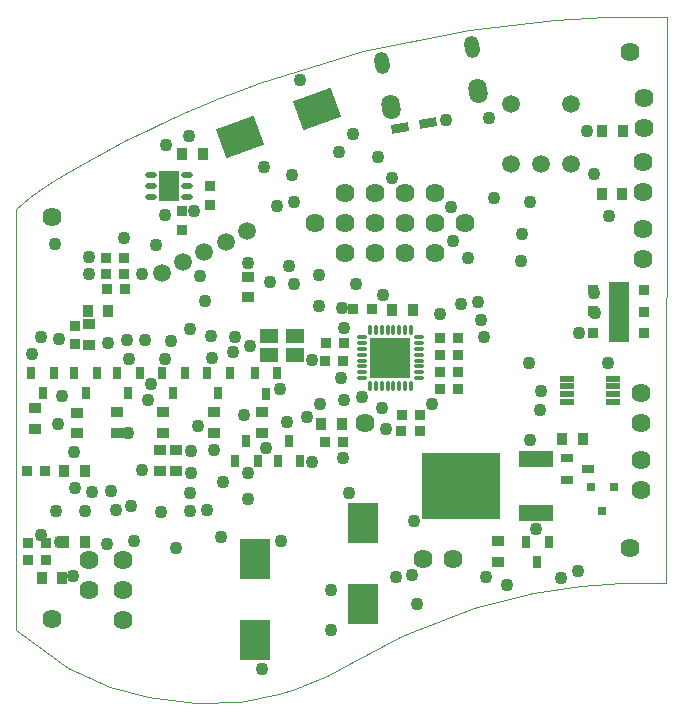
<source format=gbs>
G04 Layer_Color=16711935*
%FSAX44Y44*%
%MOMM*%
G71*
G01*
G75*
%ADD36C,0.0100*%
%ADD65R,0.8500X0.9000*%
%ADD66R,1.7000X5.2000*%
%ADD69R,0.9500X0.9500*%
%ADD70R,0.9500X0.9500*%
%ADD75R,0.9500X1.0000*%
%ADD76R,1.0000X0.9500*%
%ADD83C,1.6240*%
G04:AMPARAMS|DCode=84|XSize=1.25mm|YSize=1.9mm|CornerRadius=0mm|HoleSize=0mm|Usage=FLASHONLY|Rotation=10.000|XOffset=0mm|YOffset=0mm|HoleType=Round|Shape=Round|*
%AMOVALD84*
21,1,0.6500,1.2500,0.0000,0.0000,100.0*
1,1,1.2500,0.0564,-0.3201*
1,1,1.2500,-0.0564,0.3201*
%
%ADD84OVALD84*%

%ADD85C,0.1000*%
G04:AMPARAMS|DCode=86|XSize=1.55mm|YSize=2.1mm|CornerRadius=0mm|HoleSize=0mm|Usage=FLASHONLY|Rotation=10.000|XOffset=0mm|YOffset=0mm|HoleType=Round|Shape=Round|*
%AMOVALD86*
21,1,0.5500,1.5500,0.0000,0.0000,100.0*
1,1,1.5500,0.0478,-0.2708*
1,1,1.5500,-0.0478,0.2708*
%
%ADD86OVALD86*%

%ADD87C,1.5000*%
%ADD88P,0.1414X4X71.0*%
%ADD89C,1.3700*%
%ADD90C,1.1000*%
%ADD91R,2.6000X3.4000*%
G04:AMPARAMS|DCode=92|XSize=0.75mm|YSize=1.45mm|CornerRadius=0mm|HoleSize=0mm|Usage=FLASHONLY|Rotation=280.000|XOffset=0mm|YOffset=0mm|HoleType=Round|Shape=Rectangle|*
%AMROTATEDRECTD92*
4,1,4,-0.7791,0.2434,0.6489,0.4952,0.7791,-0.2434,-0.6489,-0.4952,-0.7791,0.2434,0.0*
%
%ADD92ROTATEDRECTD92*%

G04:AMPARAMS|DCode=93|XSize=2.6mm|YSize=3.4mm|CornerRadius=0mm|HoleSize=0mm|Usage=FLASHONLY|Rotation=110.000|XOffset=0mm|YOffset=0mm|HoleType=Round|Shape=Rectangle|*
%AMROTATEDRECTD93*
4,1,4,2.0421,-0.6402,-1.1528,-1.8030,-2.0421,0.6402,1.1528,1.8030,2.0421,-0.6402,0.0*
%
%ADD93ROTATEDRECTD93*%

%ADD94R,0.7000X0.8000*%
%ADD95R,0.7000X1.0000*%
%ADD96R,1.0000X0.7000*%
%ADD97R,2.9500X1.3500*%
%ADD98R,6.6000X5.6500*%
%ADD99R,1.7500X2.5000*%
%ADD100O,1.0000X0.5000*%
%ADD101R,1.5000X1.3000*%
%ADD102R,3.4000X3.4000*%
%ADD103O,0.9500X0.3500*%
%ADD104O,0.3500X0.9500*%
%ADD105R,1.2000X0.5500*%
D36*
X00367080Y00277893D02*
X00410830Y00245893D01*
X00446080Y00229893D01*
X00478330Y00221893D01*
X00519080Y00216643D01*
X00556330Y00217643D01*
X00589080Y00224393D01*
X00603330Y00228643D01*
X00629830Y00239643D01*
X00650830Y00250143D01*
X00691580Y00272393D01*
X00702080Y00276893D01*
X00754330Y00296893D01*
X00804830Y00309393D01*
X00844830Y00315393D01*
X00879080Y00317643D01*
X00916830Y00317893D01*
X00917580Y00797643D01*
X00865080D02*
X00917580D01*
X00822830Y00795143D02*
X00865080Y00797643D01*
X00750580Y00786393D02*
X00822830Y00795143D01*
X00660830Y00768643D02*
X00750580Y00786393D01*
X00572580Y00741393D02*
X00660830Y00768643D01*
X00557080Y00735643D02*
X00572580Y00741393D01*
X00538830Y00728643D02*
X00557080Y00735643D01*
X00520830Y00721143D02*
X00538830Y00728643D01*
X00512330Y00717393D02*
X00520830Y00721143D01*
X00488580Y00706893D02*
X00512330Y00717393D01*
X00478580Y00701893D02*
X00488580Y00706893D01*
X00460080Y00692893D02*
X00478580Y00701893D01*
X00436830Y00680643D02*
X00460080Y00692893D01*
X00420330Y00671393D02*
X00436830Y00680643D01*
X00404330Y00662143D02*
X00420330Y00671393D01*
X00400080Y00659393D02*
X00404330Y00662143D01*
X00390330Y00653143D02*
X00400080Y00659393D01*
X00379080Y00644893D02*
X00390330Y00653143D01*
X00367080Y00634643D02*
X00379080Y00644893D01*
X00367080Y00277893D02*
Y00634643D01*
D65*
X00855330Y00548393D02*
D03*
X00898830Y00547893D02*
D03*
X00855330Y00529393D02*
D03*
X00898830D02*
D03*
X00855330Y00566393D02*
D03*
X00898830D02*
D03*
D66*
X00877080Y00547893D02*
D03*
D69*
X00643607Y00437399D02*
D03*
X00628107D02*
D03*
X00458930Y00566993D02*
D03*
X00443430D02*
D03*
X00458630Y00579793D02*
D03*
X00443130D02*
D03*
X00458630Y00592993D02*
D03*
X00443130D02*
D03*
X00376130Y00413193D02*
D03*
X00391630D02*
D03*
X00741130Y00496393D02*
D03*
X00725630D02*
D03*
X00741130Y00525393D02*
D03*
X00725630D02*
D03*
X00628970Y00521648D02*
D03*
X00644470D02*
D03*
X00628430Y00505893D02*
D03*
X00643930D02*
D03*
X00725630Y00511393D02*
D03*
X00741130D02*
D03*
X00725630Y00482493D02*
D03*
X00741130D02*
D03*
X00376930Y00351593D02*
D03*
X00392430D02*
D03*
X00376930Y00337693D02*
D03*
X00392430D02*
D03*
X00709130Y00460193D02*
D03*
X00693630D02*
D03*
X00708630Y00447000D02*
D03*
X00693130D02*
D03*
X00667930Y00549893D02*
D03*
X00652430D02*
D03*
D70*
X00507580Y00617343D02*
D03*
Y00632843D02*
D03*
X00531180Y00638443D02*
D03*
Y00653943D02*
D03*
X00416730Y00520343D02*
D03*
Y00535843D02*
D03*
D75*
X00525130Y00681493D02*
D03*
X00507630D02*
D03*
X00405930Y00322293D02*
D03*
X00388430D02*
D03*
X00407830Y00352393D02*
D03*
X00425330D02*
D03*
X00642920Y00452293D02*
D03*
X00625420D02*
D03*
X00427430Y00548493D02*
D03*
X00444930D02*
D03*
X00702830Y00549093D02*
D03*
X00685330D02*
D03*
X00407830Y00413193D02*
D03*
X00425330D02*
D03*
X00829230Y00439593D02*
D03*
X00846730D02*
D03*
X00880030Y00647493D02*
D03*
X00862530D02*
D03*
X00880430Y00700693D02*
D03*
X00862930D02*
D03*
D76*
X00488580Y00430243D02*
D03*
Y00412743D02*
D03*
X00502180Y00430243D02*
D03*
Y00412743D02*
D03*
X00563080Y00577543D02*
D03*
Y00560043D02*
D03*
X00382780Y00448743D02*
D03*
Y00466243D02*
D03*
X00428880Y00519743D02*
D03*
Y00537243D02*
D03*
X00418580Y00444643D02*
D03*
Y00462143D02*
D03*
X00452080Y00445443D02*
D03*
Y00462943D02*
D03*
X00491680Y00445443D02*
D03*
Y00462943D02*
D03*
X00534180Y00445443D02*
D03*
Y00462943D02*
D03*
X00575280Y00445243D02*
D03*
Y00462743D02*
D03*
X00775280Y00335843D02*
D03*
Y00353343D02*
D03*
D83*
X00662180Y00453593D02*
D03*
X00620080Y00622893D02*
D03*
X00645480D02*
D03*
X00670880D02*
D03*
X00696280D02*
D03*
X00721680D02*
D03*
X00747080D02*
D03*
X00721680Y00648293D02*
D03*
X00696280D02*
D03*
X00670880D02*
D03*
X00645480D02*
D03*
X00721680Y00597493D02*
D03*
X00696280D02*
D03*
X00670880D02*
D03*
X00645480D02*
D03*
X00457280Y00287093D02*
D03*
Y00312493D02*
D03*
Y00337893D02*
D03*
X00898080Y00617393D02*
D03*
Y00591993D02*
D03*
X00895880Y00422393D02*
D03*
Y00396993D02*
D03*
X00896380Y00478693D02*
D03*
Y00453293D02*
D03*
X00898580Y00728493D02*
D03*
Y00703093D02*
D03*
X00897780Y00674493D02*
D03*
Y00649093D02*
D03*
X00428680Y00337593D02*
D03*
Y00312193D02*
D03*
X00736680Y00338693D02*
D03*
X00711280D02*
D03*
X00887080Y00767893D02*
D03*
Y00347893D02*
D03*
X00397080Y00287893D02*
D03*
Y00627893D02*
D03*
D84*
X00676519Y00758458D02*
D03*
X00752841Y00771916D02*
D03*
D85*
X00743902Y00743431D02*
D03*
X00694662Y00734748D02*
D03*
X00493380Y00665793D02*
D03*
D86*
X00757963Y00734233D02*
D03*
X00684595Y00721296D02*
D03*
D87*
X00836980Y00723525D02*
D03*
X00786180D02*
D03*
X00836980Y00672725D02*
D03*
X00786180D02*
D03*
X00811580D02*
D03*
X00526258Y00598383D02*
D03*
X00544234Y00607151D02*
D03*
X00490306Y00580849D02*
D03*
X00508282Y00589616D02*
D03*
X00562210Y00615918D02*
D03*
D88*
X00437481Y00666344D02*
D03*
X00527360Y00710181D02*
D03*
D89*
X00496530Y00654093D02*
D03*
X00692880Y00499893D02*
D03*
Y00517893D02*
D03*
X00674880D02*
D03*
Y00499893D02*
D03*
X00877080Y00565393D02*
D03*
Y00547893D02*
D03*
Y00530393D02*
D03*
D90*
X00551880Y00525993D02*
D03*
X00565280Y00518993D02*
D03*
X00481148Y00486948D02*
D03*
X00514887Y00411193D02*
D03*
X00416448Y00398529D02*
D03*
X00387880Y00358429D02*
D03*
X00633830Y00312493D02*
D03*
X00802180Y00640893D02*
D03*
X00623144Y00552354D02*
D03*
X00771382Y00643725D02*
D03*
X00749880Y00592949D02*
D03*
X00801402Y00504093D02*
D03*
X00810380Y00464171D02*
D03*
X00810941Y00480906D02*
D03*
X00801658Y00438748D02*
D03*
X00856450Y00664391D02*
D03*
X00642920Y00550658D02*
D03*
X00431280Y00395493D02*
D03*
X00764514Y00322949D02*
D03*
X00782236Y00316393D02*
D03*
X00527064Y00556608D02*
D03*
X00514460Y00533293D02*
D03*
X00540182Y00357193D02*
D03*
X00528229Y00379971D02*
D03*
X00513907Y00378893D02*
D03*
X00400580Y00379098D02*
D03*
X00466657Y00353615D02*
D03*
X00478531Y00472644D02*
D03*
X00492880Y00507793D02*
D03*
X00464526Y00383493D02*
D03*
X00588180Y00637592D02*
D03*
X00492558Y00629506D02*
D03*
X00532080Y00526793D02*
D03*
X00550280Y00513693D02*
D03*
X00532680Y00508693D02*
D03*
X00602080Y00570893D02*
D03*
X00559980Y00460493D02*
D03*
X00520880Y00451300D02*
D03*
X00534180Y00430993D02*
D03*
X00515180Y00429693D02*
D03*
X00514180Y00393893D02*
D03*
X00461233Y00445443D02*
D03*
X00591480Y00353793D02*
D03*
X00541980Y00403293D02*
D03*
X00590302Y00482493D02*
D03*
X00703679Y00370293D02*
D03*
X00641553Y00491443D02*
D03*
X00644279Y00472593D02*
D03*
X00624479Y00469293D02*
D03*
X00677280Y00562048D02*
D03*
X00659880Y00475793D02*
D03*
X00578580Y00432415D02*
D03*
X00598005Y00586493D02*
D03*
X00581780Y00573012D02*
D03*
X00380280Y00512192D02*
D03*
X00387880Y00526693D02*
D03*
X00574980Y00244893D02*
D03*
X00633830Y00278593D02*
D03*
X00843880Y00529893D02*
D03*
X00730480Y00710393D02*
D03*
X00403580Y00524893D02*
D03*
X00485280Y00604393D02*
D03*
X00458630Y00610443D02*
D03*
X00446980Y00395593D02*
D03*
X00654680Y00571493D02*
D03*
X00652280Y00697893D02*
D03*
X00856480Y00563893D02*
D03*
X00856780Y00546493D02*
D03*
X00402727Y00452793D02*
D03*
X00473780Y00413893D02*
D03*
X00595980Y00453993D02*
D03*
X00673580Y00678993D02*
D03*
X00444980Y00521092D02*
D03*
X00640480Y00683093D02*
D03*
X00622980Y00578793D02*
D03*
X00563380Y00389193D02*
D03*
X00601980Y00640593D02*
D03*
X00494126Y00688493D02*
D03*
X00600880Y00663593D02*
D03*
X00767280Y00712093D02*
D03*
X00415032Y00324293D02*
D03*
X00607580Y00743793D02*
D03*
X00404280Y00353093D02*
D03*
X00563066Y00411193D02*
D03*
X00405880Y00476393D02*
D03*
X00736780Y00607293D02*
D03*
X00498180Y00523293D02*
D03*
X00462180Y00507793D02*
D03*
X00617680Y00420693D02*
D03*
X00842280Y00328193D02*
D03*
X00828379Y00322193D02*
D03*
X00613080Y00458493D02*
D03*
X00425180Y00379393D02*
D03*
X00517830Y00632843D02*
D03*
X00576780Y00670393D02*
D03*
X00475980Y00523593D02*
D03*
X00460980Y00523893D02*
D03*
X00522680Y00578093D02*
D03*
X00794085Y00590388D02*
D03*
X00428380Y00593693D02*
D03*
X00428680Y00580093D02*
D03*
X00735380Y00636193D02*
D03*
X00685480Y00660993D02*
D03*
X00757679Y00555792D02*
D03*
X00743779Y00554292D02*
D03*
X00762880Y00525993D02*
D03*
X00760379Y00540692D02*
D03*
X00643980Y00423593D02*
D03*
X00649080Y00393893D02*
D03*
X00794953Y00613693D02*
D03*
X00563080Y00589193D02*
D03*
X00688530Y00322943D02*
D03*
X00706480Y00299893D02*
D03*
X00701980Y00325193D02*
D03*
X00725630Y00545798D02*
D03*
X00644380Y00534193D02*
D03*
X00719180Y00469818D02*
D03*
X00473780Y00579344D02*
D03*
X00676880Y00466593D02*
D03*
X00680480Y00448193D02*
D03*
X00513180Y00696493D02*
D03*
X00415680Y00428693D02*
D03*
X00850080Y00700693D02*
D03*
X00868780Y00628493D02*
D03*
X00502680Y00348093D02*
D03*
X00489280Y00378093D02*
D03*
X00400080Y00604893D02*
D03*
X00807080Y00363493D02*
D03*
X00443480Y00350793D02*
D03*
X00451380Y00379971D02*
D03*
X00617080Y00506992D02*
D03*
X00868080Y00504093D02*
D03*
D91*
X00569080Y00338793D02*
D03*
Y00269793D02*
D03*
X00660780Y00369093D02*
D03*
Y00300093D02*
D03*
D92*
X00715498Y00707177D02*
D03*
X00691862Y00703009D02*
D03*
D93*
X00621299Y00719493D02*
D03*
X00556461Y00695893D02*
D03*
D94*
X00863280Y00379293D02*
D03*
X00872780Y00399293D02*
D03*
X00853780D02*
D03*
D95*
X00571280Y00421193D02*
D03*
X00552280D02*
D03*
X00561780Y00438193D02*
D03*
X00607580Y00421193D02*
D03*
X00588580D02*
D03*
X00598080Y00438193D02*
D03*
X00379880Y00495693D02*
D03*
X00398880D02*
D03*
X00389380Y00478693D02*
D03*
X00416180Y00495693D02*
D03*
X00435180D02*
D03*
X00425680Y00478693D02*
D03*
X00452480Y00495693D02*
D03*
X00471480D02*
D03*
X00461980Y00478693D02*
D03*
X00490580Y00495693D02*
D03*
X00509580D02*
D03*
X00500080Y00478693D02*
D03*
X00528680Y00495693D02*
D03*
X00547680D02*
D03*
X00538180Y00478693D02*
D03*
X00569080Y00495493D02*
D03*
X00588080D02*
D03*
X00578580Y00478493D02*
D03*
X00798780Y00353093D02*
D03*
X00817780D02*
D03*
X00808280Y00336093D02*
D03*
D96*
X00833680Y00404843D02*
D03*
Y00423843D02*
D03*
X00850680Y00414343D02*
D03*
D97*
X00807480Y00423293D02*
D03*
Y00377493D02*
D03*
D98*
X00743980Y00400393D02*
D03*
D99*
X00496530Y00654093D02*
D03*
D100*
X00481280Y00663593D02*
D03*
Y00654093D02*
D03*
Y00644593D02*
D03*
X00511780D02*
D03*
Y00654093D02*
D03*
Y00663593D02*
D03*
D101*
X00602680Y00511293D02*
D03*
Y00527293D02*
D03*
X00580680Y00511293D02*
D03*
Y00527293D02*
D03*
D102*
X00683880Y00508893D02*
D03*
D103*
X00707630Y00491393D02*
D03*
Y00496393D02*
D03*
Y00501393D02*
D03*
Y00506393D02*
D03*
Y00511393D02*
D03*
Y00516393D02*
D03*
Y00521393D02*
D03*
Y00526393D02*
D03*
X00660130D02*
D03*
Y00521393D02*
D03*
Y00516393D02*
D03*
Y00511393D02*
D03*
Y00506393D02*
D03*
Y00501393D02*
D03*
Y00496393D02*
D03*
Y00491393D02*
D03*
D104*
X00701380Y00532643D02*
D03*
X00696380D02*
D03*
X00691380D02*
D03*
X00686380D02*
D03*
X00681380D02*
D03*
X00676380D02*
D03*
X00671380D02*
D03*
X00666380D02*
D03*
Y00485143D02*
D03*
X00671380D02*
D03*
X00676380D02*
D03*
X00681380D02*
D03*
X00686380D02*
D03*
X00691380D02*
D03*
X00696380D02*
D03*
X00701380D02*
D03*
D105*
X00833380Y00491143D02*
D03*
Y00484643D02*
D03*
Y00478143D02*
D03*
Y00471643D02*
D03*
X00872380D02*
D03*
Y00478143D02*
D03*
Y00484643D02*
D03*
Y00491143D02*
D03*
M02*

</source>
